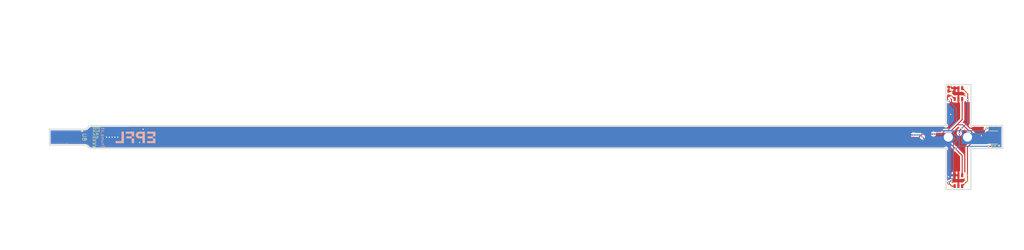
<source format=kicad_pcb>
(kicad_pcb (version 20221018) (generator pcbnew)
  (layers (0 "F.Cu" signal) (31 "B.Cu" signal) (34 "B.Paste" user) (35 "F.Paste" user) (36 "B.SilkS" user "B.Silkscreen") (37 "F.SilkS" user "F.Silkscreen") (38 "B.Mask" user) (39 "F.Mask" user) (44 "Edge.Cuts" user))
  (net 0 "")
  (net 1 "+3V3")
  (net 2 "/SCL0")
  (net 3 "/SDA0")
  (net 4 "GND")
  (footprint "MasterThesis_library:TMAG5273A2" (layer "F.Cu") (at 260.079532 110.114 -90)
    (fp_text reference "U1" (at 0.026 -2.380468 -90 unlocked) (layer "F.SilkS") (effects (font (size 0.7 0.7) (thickness 0.1))))
    (fp_text value "TMAG5273A2QDBVR" hide)
    (fp_text user "*" (at -1.365249 -2.51 90) (layer "F.SilkS"))
    (fp_line (start -1.0033 1.651) (end 1.0033 1.651) (stroke (width 0.1524)) (layer "F.SilkS"))
    (fp_line (start 1.0033 -1.651) (end -1.0033 -1.651) (stroke (width 0.1524)) (layer "F.SilkS"))
    (pad "1" smd rect locked (at -1.36525 -0.950001 270) (size 0.9779 0.5588) (layers "F.Cu" "F.Paste" "F.Mask") (net 2 "/SCL0"))
    (pad "2" smd rect locked (at -1.36525 0 270) (size 0.9779 0.5588) (layers "F.Cu" "F.Paste" "F.Mask") (net 4 "GND"))
    (pad "3" smd rect locked (at -1.36525 0.950001 270) (size 0.9779 0.5588) (layers "F.Cu" "F.Paste" "F.Mask") (net 4 "GND"))
    (pad "4" smd rect locked (at 1.36525 0.950001 270) (size 0.9779 0.5588) (layers "F.Cu" "F.Paste" "F.Mask") (net 1 "+3V3"))
    (pad "5" smd rect locked (at 1.36525 0 270) (size 0.9779 0.5588) (layers "F.Cu" "F.Paste" "F.Mask") (net 4 "GND"))
    (pad "6" smd rect locked (at 1.36525 -0.950001 270) (size 0.9779 0.5588) (layers "F.Cu" "F.Paste" "F.Mask") (net 3 "/SDA0"))
  )
  (footprint "MasterThesis_library:TMAG5273A2" (layer "F.Cu") (at 260.079532 132.114 -90)
    (fp_text reference "U3" (at 0 -2.4 -90 unlocked) (layer "F.SilkS") (effects (font (size 0.7 0.7) (thickness 0.1))))
    (fp_text value "TMAG5273A2QDBVR" hide)
    (fp_text user "*" (at -1.365249 -2.33 90) (layer "F.SilkS"))
    (fp_line (start -1.0033 1.651) (end 1.0033 1.651) (stroke (width 0.1524)) (layer "F.SilkS"))
    (fp_line (start 1.0033 -1.651) (end -1.0033 -1.651) (stroke (width 0.1524)) (layer "F.SilkS"))
    (pad "1" smd rect locked (at -1.36525 -0.950001 270) (size 0.9779 0.5588) (layers "F.Cu" "F.Paste" "F.Mask") (net 2 "/SCL0"))
    (pad "2" smd rect locked (at -1.36525 0 270) (size 0.9779 0.5588) (layers "F.Cu" "F.Paste" "F.Mask") (net 4 "GND"))
    (pad "3" smd rect locked (at -1.36525 0.950001 270) (size 0.9779 0.5588) (layers "F.Cu" "F.Paste" "F.Mask") (net 4 "GND"))
    (pad "4" smd rect locked (at 1.36525 0.950001 270) (size 0.9779 0.5588) (layers "F.Cu" "F.Paste" "F.Mask") (net 1 "+3V3"))
    (pad "5" smd rect locked (at 1.36525 0 270) (size 0.9779 0.5588) (layers "F.Cu" "F.Paste" "F.Mask") (net 4 "GND"))
    (pad "6" smd rect locked (at 1.36525 -0.950001 270) (size 0.9779 0.5588) (layers "F.Cu" "F.Paste" "F.Mask") (net 3 "/SDA0"))
  )
  (footprint "Capacitor_SMD:C_0402_1005Metric_Pad0.74x0.62mm_HandSolder" (layer "F.Cu") (at 268.979532 118.844)
    (fp_text reference "C2" (at -1.659532 0.186 90) (layer "F.SilkS") (effects (font (size 0.7 0.7) (thickness 0.1))))
    (fp_text value "0.1uF")
    (pad "1" smd roundrect (at -0.5675 0) (size 0.735 0.62) (layers "F.Cu" "F.Paste" "F.Mask") (net 1 "+3V3"))
    (pad "2" smd roundrect (at 0.5675 0) (size 0.735 0.62) (layers "F.Cu" "F.Paste" "F.Mask") (net 4 "GND"))
  )
  (footprint "Capacitor_SMD:C_0402_1005Metric_Pad0.74x0.62mm_HandSolder" (layer "F.Cu") (at 257.59 110.114 90)
    (fp_text reference "C1" (at 1.65 0.13) (layer "F.SilkS") (effects (font (size 0.7 0.7) (thickness 0.1))))
    (fp_text value "0.1uF")
    (pad "1" smd roundrect (at -0.5675 0 90) (size 0.735 0.62) (layers "F.Cu" "F.Paste" "F.Mask") (net 1 "+3V3"))
    (pad "2" smd roundrect (at 0.5675 0 90) (size 0.735 0.62) (layers "F.Cu" "F.Paste" "F.Mask") (net 4 "GND"))
  )
  (footprint "MasterThesis_library:TMAG5273A2" (layer "F.Cu") (at 268.979532 121.214 180)
    (fp_text reference "U2" (at 0.019532 -2.226 180 unlocked) (layer "F.SilkS") (effects (font (size 0.6 0.7) (thickness 0.1))))
    (fp_text value "TMAG5273A2QDBVR" hide)
    (fp_text user "*" (at -1.36525 -2.352) (layer "F.SilkS"))
    (fp_line (start -1.0033 1.651) (end 1.0033 1.651) (stroke (width 0.1524)) (layer "F.SilkS"))
    (fp_line (start 1.0033 -1.651) (end -1.0033 -1.651) (stroke (width 0.1524)) (layer "F.SilkS"))
    (pad "1" smd rect locked (at -1.36525 -0.950001 180) (size 0.9779 0.5588) (layers "F.Cu" "F.Paste" "F.Mask") (net 2 "/SCL0"))
    (pad "2" smd rect locked (at -1.36525 0 180) (size 0.9779 0.5588) (layers "F.Cu" "F.Paste" "F.Mask") (net 4 "GND"))
    (pad "3" smd rect locked (at -1.36525 0.950001 180) (size 0.9779 0.5588) (layers "F.Cu" "F.Paste" "F.Mask") (net 4 "GND"))
    (pad "4" smd rect locked (at 1.36525 0.950001 180) (size 0.9779 0.5588) (layers "F.Cu" "F.Paste" "F.Mask") (net 1 "+3V3"))
    (pad "5" smd rect locked (at 1.36525 0 180) (size 0.9779 0.5588) (layers "F.Cu" "F.Paste" "F.Mask") (net 4 "GND"))
    (pad "6" smd rect locked (at 1.36525 -0.950001 180) (size 0.9779 0.5588) (layers "F.Cu" "F.Paste" "F.Mask") (net 3 "/SDA0"))
  )
  (footprint "MasterThesis_library:7Pin_FingerConnector_for 0527450797" (layer "F.Cu") (at 30.929532 119.414 -90)
    (fp_text reference "U8" (at 1.7 -8.55 -90 unlocked) (layer "F.SilkS") (effects (font (thickness 0.1))))
    (fp_text value "~" hide)
    (fp_text user "*" (at 0.18 -8.27 90) (layer "F.SilkS"))
    (pad "1" smd rect (at 0.2 -2 270) (size 0.3 4) (layers "F.Cu" "F.Paste" "F.Mask") (net 3 "/SDA0"))
    (pad "2" smd rect (at 0.7 -2 270) (size 0.3 4) (layers "F.Cu" "F.Paste" "F.Mask") (net 2 "/SCL0"))
    (pad "3" smd rect (at 1.2 -2 270) (size 0.3 4) (layers "F.Cu" "F.Paste" "F.Mask") (net 1 "+3V3"))
    (pad "4" smd rect (at 1.7 -2 270) (size 0.3 4) (layers "F.Cu" "F.Paste" "F.Mask") (net 4 "GND"))
    (pad "5" smd rect (at 2.2 -2 270) (size 0.3 4) (layers "F.Cu" "F.Paste" "F.Mask"))
    (pad "6" smd rect (at 2.7 -2 270) (size 0.3 4) (layers "F.Cu" "F.Paste" "F.Mask"))
    (pad "7" smd rect (at 3.2 -2 270) (size 0.3 4) (layers "F.Cu" "F.Paste" "F.Mask"))
  )
  (footprint "Capacitor_SMD:C_0402_1005Metric_Pad0.74x0.62mm_HandSolder" (layer "F.Cu") (at 257.59 132.114 90)
    (fp_text reference "C3" (at -1.636 0.14 180) (layer "F.SilkS") (effects (font (size 0.7 0.7) (thickness 0.1))))
    (fp_text value "0.1uF")
    (pad "1" smd roundrect locked (at -0.5675 0 90) (size 0.735 0.62) (layers "F.Cu" "F.Paste" "F.Mask") (net 1 "+3V3"))
    (pad "2" smd roundrect locked (at 0.5675 0 90) (size 0.735 0.62) (layers "F.Cu" "F.Paste" "F.Mask") (net 4 "GND"))
  )
  (footprint "LOGO" (layer "B.Cu") (at 52.373255 121.169414 180)
    (fp_text reference "G***" hide)
    (fp_text value "LOGO" hide)
    (fp_poly (pts (xy 0.975206 -0.878347) (xy 0.975206 -1.473974) (xy 0.6625 -1.473974) (xy 0.349794 -1.473974) (xy 0.3517 -0.88029) (xy 0.353605 -0.286606) (xy 0.664406 -0.284663) (xy 0.975206 -0.28272)) (fill solid) (layer "B.SilkS"))
    (fp_poly (pts (xy 2.337515 -0.014888) (xy 2.337515 -0.282884) (xy 1.660083 -0.282884) (xy 0.98265 -0.282884) (xy 0.98265 -0.014888) (xy 0.98265 0.253107) (xy 1.660083 0.253107) (xy 2.337515 0.253107)) (fill solid) (layer "B.SilkS"))
    (fp_poly (pts (xy -2.910726 1.176202) (xy -2.910726 0.908207) (xy -3.651436 0.908207) (xy -4.392145 0.908207) (xy -4.392145 0.580657) (xy -4.392145 0.253107) (xy -4.708528 0.253107) (xy -5.024912 0.253107) (xy -5.024912 0.848652) (xy -5.024912 1.444197) (xy -3.967819 1.444197) (xy -2.910726 1.444197)) (fill solid) (layer "B.SilkS"))
    (fp_poly (pts (xy 2.464068 1.176202) (xy 2.464068 0.908207) (xy 1.723359 0.908207) (xy 0.98265 0.908207) (xy 0.98265 0.580657) (xy 0.98265 0.253107) (xy 0.666267 0.253107) (xy 0.349883 0.253107) (xy 0.349883 0.848652) (xy 0.349883 1.444197) (xy 1.406976 1.444197) (xy 2.464068 1.444197)) (fill solid) (layer "B.SilkS"))
    (fp_poly (pts (xy 3.550938 0.253107) (xy 3.550938 -0.937983) (xy 4.291648 -0.937983) (xy 5.032357 -0.937983) (xy 5.032357 -1.205979) (xy 5.032357 -1.473974) (xy 3.975264 -1.473974) (xy 2.918172 -1.473974) (xy 2.918172 -0.014888) (xy 2.918172 1.444197) (xy 3.234555 1.444197) (xy 3.550938 1.444197)) (fill solid) (layer "B.SilkS"))
    (fp_poly (pts (xy -3.03728 -0.014888) (xy -3.03728 -0.282884) (xy -3.714712 -0.282884) (xy -4.392145 -0.282884) (xy -4.392145 -0.610433) (xy -4.392145 -0.937983) (xy -3.651436 -0.937983) (xy -2.910726 -0.937983) (xy -2.910726 -1.205979) (xy -2.910726 -1.473974) (xy -3.967819 -1.473974) (xy -5.024912 -1.473974) (xy -5.024912 -0.878429) (xy -5.024912 -0.282884) (xy -4.708528 -0.282884) (xy -4.392145 -0.282884) (xy -4.392145 -0.014888) (xy -4.392145 0.253107) (xy -3.714712 0.253107) (xy -3.03728 0.253107)) (fill solid) (layer "B.SilkS"))
    (fp_poly (pts (xy -1.620999 1.442316) (xy -1.497265 1.441883) (xy -1.387492 1.441446) (xy -1.290756 1.440988) (xy -1.20613 1.440492) (xy -1.132687 1.439941) (xy -1.069501 1.439317) (xy -1.015645 1.438603) (xy -0.970194 1.437782) (xy -0.932221 1.436838) (xy -0.9008 1.435752) (xy -0.875004 1.434508) (xy -0.853907 1.433088) (xy -0.836583 1.431477) (xy -0.822106 1.429655) (xy -0.809548 1.427607) (xy -0.807708 1.427266) (xy -0.688658 1.399063) (xy -0.577581 1.360831) (xy -0.475426 1.313106) (xy -0.38314 1.256421) (xy -0.301672 1.191311) (xy -0.231969 1.118309) (xy -0.21023 1.090592) (xy -0.163075 1.016104) (xy -0.123622 0.931174) (xy -0.092545 0.838489) (xy -0.070522 0.740733) (xy -0.058228 0.640593) (xy -0.056341 0.540755) (xy -0.059493 0.491973) (xy -0.075932 0.38165) (xy -0.103571 0.277803) (xy -0.141868 0.182068) (xy -0.190281 0.096082) (xy -0.191065 0.0949) (xy -0.250646 0.018344) (xy -0.322623 -0.051368) (xy -0.40582 -0.113516) (xy -0.499062 -0.167376) (xy -0.601171 -0.212228) (xy -0.710973 -0.247348) (xy -0.771977 -0.261788) (xy -0.789252 -0.265298) (xy -0.805766 -0.268293) (xy -0.822843 -0.270823) (xy -0.841808 -0.272936) (xy -0.863986 -0.274682) (xy -0.890701 -0.276109) (xy -0.923279 -0.277265) (xy -0.963042 -0.278201) (xy -1.011317 -0.278965) (xy -1.069428 -0.279605) (xy -1.138699 -0.280171) (xy -1.220455 -0.280711) (xy -1.297171 -0.281166) (xy -1.741969 -0.283737) (xy -1.741969 -0.878855) (xy -1.741969 -1.473974) (xy -2.05463 -1.473974) (xy -2.367291 -1.473974) (xy -2.367291 -0.014586) (xy -2.367291 0.908207) (xy -1.749413 0.908207) (xy -1.749413 0.579841) (xy -1.749413 0.251475) (xy -1.39767 0.255159) (xy -1.314525 0.256078) (xy -1.244759 0.256987) (xy -1.186863 0.257954) (xy -1.139326 0.259044) (xy -1.100639 0.260325) (xy -1.069292 0.261864) (xy -1.043777 0.263727) (xy -1.022582 0.265981) (xy -1.0042 0.268693) (xy -0.987119 0.27193) (xy -0.978927 0.273692) (xy -0.903151 0.294027) (xy -0.84021 0.318929) (xy -0.788522 0.349246) (xy -0.746504 0.385826) (xy -0.727149 0.408651) (xy -0.7033 0.443845) (xy -0.687556 0.478093) (xy -0.67851 0.516006) (xy -0.674751 0.562195) (xy -0.674424 0.581134) (xy -0.674651 0.615864) (xy -0.676471 0.640834) (xy -0.680897 0.661161) (xy -0.688943 0.681964) (xy -0.69829 0.701619) (xy -0.731688 0.753078) (xy -0.777471 0.798375) (xy -0.834003 0.836359) (xy -0.899647 0.865877) (xy -0.954219 0.881847) (xy -0.986809 0.887471) (xy -1.032906 0.892558) (xy -1.091137 0.897041) (xy -1.160128 0.900858) (xy -1.238505 0.903943) (xy -1.324894 0.906233) (xy -1.417922 0.907663) (xy -1.516215 0.908168) (xy -1.516779 0.908168) (xy -1.749413 0.908207) (xy -2.367291 0.908207) (xy -2.367291 1.444802)) (fill solid) (layer "B.SilkS"))
  )
  (gr_arc locked (start 263.229531 124.264) (mid 263.052754 123.837222) (end 263.479532 124.013999) (stroke (width 0.2)) (layer "Edge.Cuts"))
  (gr_line locked (start 263.229531 134.363999) (end 263.229531 124.264) (stroke (width 0.2)) (layer "Edge.Cuts"))
  (gr_line locked (start 256.929531 124.264) (end 256.929532 134.364) (stroke (width 0.2)) (layer "Edge.Cuts"))
  (gr_line locked (start 256.929532 134.364) (end 263.229531 134.363999) (stroke (width 0.2)) (layer "Edge.Cuts"))
  (gr_arc locked (start 256.929531 117.964) (mid 257.106307 118.390777) (end 256.679531 118.213999) (stroke (width 0.2)) (layer "Edge.Cuts"))
  (gr_arc locked (start 263.479532 118.214) (mid 263.052754 118.390777) (end 263.229531 117.964) (stroke (width 0.2)) (layer "Edge.Cuts"))
  (gr_line locked (start 256.929532 107.864) (end 256.929531 117.964) (stroke (width 0.2)) (layer "Edge.Cuts"))
  (gr_line locked (start 30.629532 123.114) (end 39.429531 123.114) (stroke (width 0.2)) (layer "Edge.Cuts"))
  (gr_arc locked (start 256.679531 124.014) (mid 257.106307 123.837222) (end 256.929531 124.264) (stroke (width 0.2)) (layer "Edge.Cuts"))
  (gr_line locked (start 256.679531 118.213999) (end 41.350468 118.214) (stroke (width 0.2)) (layer "Edge.Cuts"))
  (gr_arc locked (start 39.429531 123.114) (mid 39.959861 123.232077) (end 40.39 123.564) (stroke (width 0.2)) (layer "Edge.Cuts"))
  (gr_arc locked (start 40.39 118.663999) (mid 39.959861 118.995922) (end 39.429531 119.114) (stroke (width 0.2)) (layer "Edge.Cuts"))
  (gr_line locked (start 30.629532 119.114) (end 30.629532 123.114) (stroke (width 0.2)) (layer "Edge.Cuts"))
  (gr_line locked (start 263.229531 117.964) (end 263.229531 107.864) (stroke (width 0.2)) (layer "Edge.Cuts"))
  (gr_line locked (start 271.229531 118.214) (end 263.479532 118.214) (stroke (width 0.2)) (layer "Edge.Cuts"))
  (gr_line locked (start 263.479532 124.013999) (end 271.229531 124.013999) (stroke (width 0.2)) (layer "Edge.Cuts"))
  (gr_line locked (start 39.429531 119.114) (end 30.629532 119.114) (stroke (width 0.2)) (layer "Edge.Cuts"))
  (gr_arc locked (start 41.350468 124.013999) (mid 40.820139 123.895921) (end 40.39 123.564) (stroke (width 0.2)) (layer "Edge.Cuts"))
  (gr_line locked (start 271.229531 124.013999) (end 271.229531 118.214) (stroke (width 0.2)) (layer "Edge.Cuts"))
  (gr_arc locked (start 40.39 118.663999) (mid 40.820138 118.332076) (end 41.350468 118.214) (stroke (width 0.2)) (layer "Edge.Cuts"))
  (gr_line locked (start 263.229531 107.864) (end 256.929532 107.864) (stroke (width 0.2)) (layer "Edge.Cuts"))
  (gr_line locked (start 41.350468 124.013999) (end 256.679531 124.014) (stroke (width 0.2)) (layer "Edge.Cuts"))
  (gr_text "Thumb_V1" (at 43.66 123.77 270) (layer "B.SilkS") (effects (font (size 0.7 0.7) (thickness 0.1)) (justify left bottom mirror)))
  (gr_text "SDA0\nSCL0\n3.3V\nGND\nNC\nNC\nNC\n" (at 41.473257 123.869415) (layer "F.SilkS") (effects (font (size 0.5 0.5) (thickness 0.075) bold) (justify left bottom)))
  (segment (start 268.412032 118.844) (end 267.216 118.844) (width 0.25) (layer "F.Cu") (net 1))
  (segment (start 250.883932 120.354) (end 253.789532 120.354) (width 0.25) (layer "F.Cu") (net 1))
  (segment (start 257.329532 110.9315) (end 257.329532 111.6945) (width 0.25) (layer "F.Cu") (net 1))
  (segment (start 257.329532 111.6945) (end 257.572516 111.937484) (width 0.25) (layer "F.Cu") (net 1))
  (segment (start 41.246 120.634) (end 41.54 120.34) (width 0.25) (layer "F.Cu") (net 1))
  (segment (start 32.949532 120.634) (end 41.246 120.634) (width 0.25) (layer "F.Cu") (net 1))
  (segment (start 258.331781 110.6815) (end 257.579532 110.6815) (width 0.25) (layer "F.Cu") (net 1))
  (segment (start 258.3925 133.484) (end 259.124781 133.484) (width 0.25) (layer "F.Cu") (net 1))
  (segment (start 250.060932 121.177) (end 250.883932 120.354) (width 0.25) (layer "F.Cu") (net 1))
  (segment (start 41.54 120.34) (end 48.56 120.34) (width 0.25) (layer "F.Cu") (net 1))
  (segment (start 268.412032 118.844) (end 268.412032 119.466249) (width 0.25) (layer "F.Cu") (net 1))
  (segment (start 259.129531 111.47925) (end 258.331781 110.6815) (width 0.25) (layer "F.Cu") (net 1))
  (segment (start 49.397 121.177) (end 250.060932 121.177) (width 0.25) (layer "F.Cu") (net 1))
  (segment (start 267.216 118.844) (end 267.08 118.98) (width 0.25) (layer "F.Cu") (net 1))
  (segment (start 257.499532 132.6815) (end 257.59 132.6815) (width 0.25) (layer "F.Cu") (net 1))
  (segment (start 48.56 120.34) (end 49.397 121.177) (width 0.25) (layer "F.Cu") (net 1))
  (segment (start 259.124781 133.484) (end 259.129531 133.47925) (width 0.25) (layer "F.Cu") (net 1))
  (segment (start 257.579532 110.6815) (end 257.329532 110.9315) (width 0.25) (layer "F.Cu") (net 1))
  (segment (start 257.59 132.6815) (end 258.3925 133.484) (width 0.25) (layer "F.Cu") (net 1))
  (segment (start 268.412032 119.466249) (end 267.614282 120.263999) (width 0.25) (layer "F.Cu") (net 1))
  (via (at 257.590026 132.681552) (size 0.5) (drill 0.3) (layers "F.Cu" "B.Cu") (net 1))
  (via (at 267.08 118.98) (size 0.5) (drill 0.3) (layers "F.Cu" "B.Cu") (net 1))
  (via (at 257.572516 111.937484) (size 0.5) (drill 0.3) (layers "F.Cu" "B.Cu") (net 1))
  (via (at 253.789532 120.354) (size 0.5) (drill 0.3) (layers "F.Cu" "B.Cu") (net 1))
  (segment (start 266.556 119.504) (end 267.08 118.98) (width 0.25) (layer "B.Cu") (net 1))
  (segment (start 258.804532 131.467046) (end 257.590026 132.681552) (width 0.25) (layer "B.Cu") (net 1))
  (segment (start 258.804532 122.865841) (end 258.804532 131.467046) (width 0.25) (layer "B.Cu") (net 1))
  (segment (start 257.276358 119.504) (end 256.649532 119.504) (width 0.25) (layer "B.Cu") (net 1))
  (segment (start 259.852053 121.106521) (end 259.852053 121.81832) (width 0.25) (layer "B.Cu") (net 1))
  (segment (start 256.649532 119.504) (end 255.799532 120.354) (width 0.25) (layer "B.Cu") (net 1))
  (segment (start 257.276358 119.504) (end 259.534532 117.245826) (width 0.25) (layer "B.Cu") (net 1))
  (segment (start 259.534532 113.8995) (end 257.572516 111.937484) (width 0.25) (layer "B.Cu") (net 1))
  (segment (start 257.276358 119.504) (end 266.556 119.504) (width 0.25) (layer "B.Cu") (net 1))
  (segment (start 258.249532 119.504) (end 259.852053 121.106521) (width 0.25) (layer "B.Cu") (net 1))
  (segment (start 259.534532 117.245826) (end 259.534532 113.8995) (width 0.25) (layer "B.Cu") (net 1))
  (segment (start 253.789532 120.354) (end 255.799532 120.354) (width 0.25) (layer "B.Cu") (net 1))
  (segment (start 259.852053 121.81832) (end 258.804532 122.865841) (width 0.25) (layer "B.Cu") (net 1))
  (segment (start 262.41 110.129217) (end 262.41 111.68) (width 0.25) (layer "F.Cu") (net 2))
  (segment (start 260.319532 119.474) (end 260.319532 120.184) (width 0.25) (layer "F.Cu") (net 2))
  (segment (start 260.924531 118.869001) (end 260.319532 119.474) (width 0.25) (layer "F.Cu") (net 2))
  (segment (start 41.547215 119.47) (end 49.4 119.47) (width 0.25) (layer "F.Cu") (net 2))
  (segment (start 261.029533 108.74875) (end 262.41 110.129217) (width 0.25) (layer "F.Cu") (net 2))
  (segment (start 40.883215 120.134) (end 41.547215 119.47) (width 0.25) (layer "F.Cu") (net 2))
  (segment (start 50.5 120.57) (end 248.73 120.57) (width 0.25) (layer "F.Cu") (net 2))
  (segment (start 270.344782 122.164001) (end 270.344782 122.885218) (width 0.25) (layer "F.Cu") (net 2))
  (segment (start 250.999532 121.094) (end 252.624532 122.719) (width 0.25) (layer "F.Cu") (net 2))
  (segment (start 49.4 119.47) (end 50.5 120.57) (width 0.25) (layer "F.Cu") (net 2))
  (segment (start 257.994512 122.719) (end 259.409532 124.13402) (width 0.25) (layer "F.Cu") (net 2))
  (segment (start 252.624532 122.719) (end 257.994512 122.719) (width 0.25) (layer "F.Cu") (net 2))
  (segment (start 270.344782 122.885218) (end 269.79 123.44) (width 0.25) (layer "F.Cu") (net 2))
  (segment (start 269.79 123.44) (end 267.75 123.44) (width 0.25) (layer "F.Cu") (net 2))
  (segment (start 261.029533 125.754021) (end 259.409532 124.13402) (width 0.25) (layer "F.Cu") (net 2))
  (segment (start 32.949532 120.134) (end 40.883215 120.134) (width 0.25) (layer "F.Cu") (net 2))
  (segment (start 261.029533 130.74875) (end 261.029533 125.754021) (width 0.25) (layer "F.Cu") (net 2))
  (via (at 250.999532 121.094) (size 0.5) (drill 0.3) (layers "F.Cu" "B.Cu") (net 2))
  (via (at 260.319532 120.184) (size 0.5) (drill 0.3) (layers "F.Cu" "B.Cu") (net 2))
  (via (at 262.41 111.68) (size 0.5) (drill 0.3) (layers "F.Cu" "B.Cu") (net 2))
  (via (at 267.75 123.44) (size 0.5) (drill 0.3) (layers "F.Cu" "B.Cu") (net 2))
  (via (at 260.924531 118.869001) (size 0.5) (drill 0.3) (layers "F.Cu" "B.Cu") (net 2))
  (via (at 259.409532 124.13402) (size 0.5) (drill 0.3) (layers "F.Cu" "B.Cu") (net 2))
  (via (at 248.73 120.57) (size 0.5) (drill 0.3) (layers "F.Cu" "B.Cu") (net 2))
  (segment (start 262.42 117.373532) (end 262.42 111.69) (width 0.25) (layer "B.Cu") (net 2))
  (segment (start 250.475532 120.57) (end 248.73 120.57) (width 0.25) (layer "B.Cu") (net 2))
  (segment (start 260.229053 123.314499) (end 260.319532 123.22402) (width 0.25) (layer "B.Cu") (net 2))
  (segment (start 250.999532 121.094) (end 250.475532 120.57) (width 0.25) (layer "B.Cu") (net 2))
  (segment (start 262.42 111.69) (end 262.41 111.68) (width 0.25) (layer "B.Cu") (net 2))
  (segment (start 260.319532 123.22402) (end 260.319532 120.184) (width 0.25) (layer "B.Cu") (net 2))
  (segment (start 260.319532 123.22402) (end 260.525512 123.43) (width 0.25) (layer "B.Cu") (net 2))
  (segment (start 260.229053 123.314499) (end 259.409532 124.13402) (width 0.25) (layer "B.Cu") (net 2))
  (segment (start 260.924531 118.869001) (end 262.42 117.373532) (width 0.25) (layer "B.Cu") (net 2))
  (segment (start 260.525512 123.43) (end 267.74 123.43) (width 0.25) (layer "B.Cu") (net 2))
  (segment (start 267.74 123.43) (end 267.75 123.44) (width 0.25) (layer "B.Cu") (net 2))
  (segment (start 51.03 119.82) (end 250.06 119.82) (width 0.25) (layer "F.Cu") (net 3))
  (segment (start 265.699346 122.164001) (end 263.044345 119.509) (width 0.25) (layer "F.Cu") (net 3))
  (segment (start 263.044345 119.509) (end 262.690132 119.509) (width 0.25) (layer "F.Cu") (net 3))
  (segment (start 40.419532 119.614) (end 41.249532 118.784) (width 0.25) (layer "F.Cu") (net 3))
  (segment (start 32.929532 119.614) (end 40.419532 119.614) (width 0.25) (layer "F.Cu") (net 3))
  (segment (start 261.190132 118.009) (end 259.724532 118.009) (width 0.25) (layer "F.Cu") (net 3))
  (segment (start 261.029533 116.703999) (end 261.029533 111.47925) (width 0.25) (layer "F.Cu") (net 3))
  (segment (start 267.614282 122.164001) (end 265.699346 122.164001) (width 0.25) (layer "F.Cu") (net 3))
  (segment (start 262.690132 119.509) (end 261.190132 118.009) (width 0.25) (layer "F.Cu") (net 3))
  (segment (start 250.38 119.5) (end 258.233532 119.5) (width 0.25) (layer "F.Cu") (net 3))
  (segment (start 262.349532 132.159251) (end 261.029533 133.47925) (width 0.25) (layer "F.Cu") (net 3))
  (segment (start 258.233532 119.5) (end 259.724532 118.009) (width 0.25) (layer "F.Cu") (net 3))
  (segment (start 250.06 119.82) (end 250.38 119.5) (width 0.25) (layer "F.Cu") (net 3))
  (segment (start 49.994 118.784) (end 51.03 119.82) (width 0.25) (layer "F.Cu") (net 3))
  (segment (start 259.724532 118.009) (end 261.029533 116.703999) (width 0.25) (layer "F.Cu") (net 3))
  (segment (start 263.829531 122.164001) (end 265.699346 122.164001) (width 0.25) (layer "F.Cu") (net 3))
  (segment (start 262.349532 123.644) (end 263.829531 122.164001) (width 0.25) (layer "F.Cu") (net 3))
  (segment (start 41.249532 118.784) (end 49.994 118.784) (width 0.25) (layer "F.Cu") (net 3))
  (segment (start 262.349532 123.644) (end 262.349532 132.159251) (width 0.25) (layer "F.Cu") (net 3))
  (segment (start 258.827032 131.5465) (end 259.129531 131.244001) (width 0.25) (layer "F.Cu") (net 4))
  (segment (start 257.59 131.5465) (end 258.827032 131.5465) (width 0.25) (layer "F.Cu") (net 4))
  (segment (start 47.863257 121.124) (end 47.873257 121.134) (width 0.25) (layer "F.Cu") (net 4))
  (segment (start 259.129531 109.104001) (end 259.129531 108.74875) (width 0.25) (layer "F.Cu") (net 4))
  (segment (start 32.949532 121.134) (end 32.959532 121.124) (width 0.25) (layer "F.Cu") (net 4))
  (segment (start 257.579532 109.5465) (end 258.687032 109.5465) (width 0.25) (layer "F.Cu") (net 4))
  (segment (start 32.959532 121.124) (end 47.863257 121.124) (width 0.25) (layer "F.Cu") (net 4))
  (segment (start 258.687032 109.5465) (end 259.129531 109.104001) (width 0.25) (layer "F.Cu") (net 4))
  (segment (start 259.129531 131.244001) (end 259.129531 130.74875) (width 0.25) (layer "F.Cu") (net 4))
  (via (at 45.073257 121.134) (size 0.5) (drill 0.3) (layers "F.Cu" "B.Cu") (net 4))
  (via (at 46.473255 121.134) (size 0.5) (drill 0.3) (layers "F.Cu" "B.Cu") (net 4))
  (via (at 258.119532 115.394) (size 0.5) (drill 0.3) (layers "F.Cu" "B.Cu") (net 4))
  (via (at 47.873257 121.134) (size 0.5) (drill 0.3) (layers "F.Cu" "B.Cu") (net 4))
  (via (at 45.773256 121.134) (size 0.5) (drill 0.3) (layers "F.Cu" "B.Cu") (net 4))
  (via (at 47.173258 121.134) (size 0.5) (drill 0.3) (layers "F.Cu" "B.Cu") (net 4))
  (via (at 257.6 131.11) (size 0.5) (drill 0.3) (layers "F.Cu" "B.Cu") (net 4))
  (via (at 257.529532 121.114) (size 2.5) (drill 2.3) (layers "F.Cu" "B.Cu") (net 4))
  (via (at 54.3 119.13) (size 0.5) (drill 0.3) (layers "F.Cu" "B.Cu") (net 4))
  (via (at 53.42 122.47) (size 0.5) (drill 0.3) (layers "F.Cu" "B.Cu") (net 4))
  (via (at 265.89 120.75) (size 0.5) (drill 0.3) (layers "F.Cu" "B.Cu") (net 4))
  (via (at 262.379532 121.114) (size 2.5) (drill 2.3) (layers "F.Cu" "B.Cu") (net 4))
  (zone (net 4) (net_name "GND") (layers "F&B.Cu") (connect_pads (clearance 0.4)) (min_thickness 0.2) (fill yes (thermal_gap 0.5) (thermal_bridge_width 0.5))
    (polygon (pts (xy 276.250001 86.964) (xy 18.460001 86.504) (xy 18.16 148.904) (xy 276.65 149.564)))
  )
)
</source>
